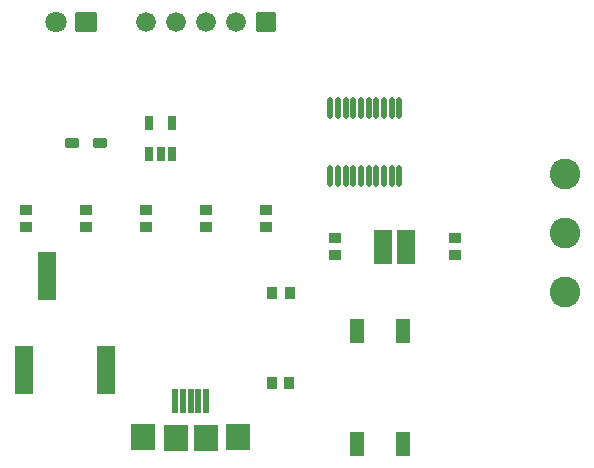
<source format=gts>
G04 Layer: TopSolderMaskLayer*
G04 EasyEDA v6.5.40, 2024-08-17 15:48:36*
G04 cb6e2e9fbd21486d88ae5690d2d3dc00,10*
G04 Gerber Generator version 0.2*
G04 Scale: 100 percent, Rotated: No, Reflected: No *
G04 Dimensions in millimeters *
G04 leading zeros omitted , absolute positions ,4 integer and 5 decimal *
%FSLAX45Y45*%
%MOMM*%

%AMMACRO1*1,1,$1,$2,$3*1,1,$1,$4,$5*1,1,$1,0-$2,0-$3*1,1,$1,0-$4,0-$5*20,1,$1,$2,$3,$4,$5,0*20,1,$1,$4,$5,0-$2,0-$3,0*20,1,$1,0-$2,0-$3,0-$4,0-$5,0*20,1,$1,0-$4,0-$5,$2,$3,0*4,1,4,$2,$3,$4,$5,0-$2,0-$3,0-$4,0-$5,$2,$3,0*%
%ADD10O,0.4656074X1.8436082*%
%ADD11R,1.0016X0.9016*%
%ADD12MACRO1,0.1016X0.45X0.4X0.45X-0.4*%
%ADD13MACRO1,0.1016X0.5X-0.375X-0.5X-0.375*%
%ADD14MACRO1,0.1016X0.3X0.55X0.3X-0.55*%
%ADD15MACRO1,0.1016X0.75X1.35X-0.75X1.35*%
%ADD16MACRO1,0.1016X0.225X1X0.225X-1*%
%ADD17R,2.0016X2.2016*%
%ADD18MACRO1,0.1016X-0.4X0.45X0.4X0.45*%
%ADD19MACRO1,0.1016X0.4032X0.432X0.4032X-0.432*%
%ADD20MACRO1,0.1016X-0.4032X0.432X-0.4032X-0.432*%
%ADD21C,1.6764*%
%ADD22MACRO1,0.1016X0.7874X-0.7874X-0.7874X-0.7874*%
%ADD23MACRO1,0.1016X0.85X-0.7874X-0.85X-0.7874*%
%ADD24C,1.8016*%
%ADD25MACRO1,0.1016X-0.75X2X0.75X2*%
%ADD26MACRO1,0.1016X0.5X1X0.5X-1*%
%ADD27C,2.6016*%

%LPD*%
D10*
G01*
X3085696Y2519603D03*
G01*
X3150694Y2519603D03*
G01*
X3215693Y2519603D03*
G01*
X3280691Y2519603D03*
G01*
X3345715Y2519603D03*
G01*
X3410714Y2519603D03*
G01*
X3475713Y2519603D03*
G01*
X3540711Y2519603D03*
G01*
X3605710Y2519603D03*
G01*
X3670708Y2519603D03*
G01*
X3085696Y3093796D03*
G01*
X3150694Y3093796D03*
G01*
X3215693Y3093796D03*
G01*
X3280691Y3093796D03*
G01*
X3345715Y3093796D03*
G01*
X3410714Y3093796D03*
G01*
X3475713Y3093796D03*
G01*
X3540711Y3093796D03*
G01*
X3605710Y3093796D03*
G01*
X3670708Y3093796D03*
D11*
G01*
X2540002Y2229002D03*
G01*
X2540002Y2088997D03*
G01*
X2032002Y2229002D03*
G01*
X2032002Y2088997D03*
D12*
G01*
X3124202Y1847700D03*
G01*
X3124202Y1987699D03*
G01*
X4140202Y1847700D03*
G01*
X4140202Y1987699D03*
D11*
G01*
X1016002Y2229002D03*
G01*
X1016002Y2088997D03*
G01*
X1524002Y2229002D03*
G01*
X1524002Y2088997D03*
G01*
X508002Y2229002D03*
G01*
X508002Y2088997D03*
D13*
G01*
X898747Y2794000D03*
G01*
X1133252Y2794000D03*
D14*
G01*
X1556006Y2962111D03*
G01*
X1745998Y2962111D03*
G01*
X1745998Y2702088D03*
G01*
X1651002Y2702088D03*
G01*
X1556006Y2702088D03*
D15*
G01*
X3727202Y1917700D03*
G01*
X3537202Y1917700D03*
D16*
G01*
X2035022Y610704D03*
G01*
X1969998Y610704D03*
G01*
X1904974Y610704D03*
G01*
X1839950Y610704D03*
G01*
X1774926Y610704D03*
D17*
G01*
X2304999Y303682D03*
G01*
X1505000Y303682D03*
G01*
X1784019Y302158D03*
G01*
X2035987Y300202D03*
D18*
G01*
X2737002Y762000D03*
G01*
X2597002Y762000D03*
D19*
G01*
X2591677Y1524000D03*
D20*
G01*
X2742327Y1524000D03*
D21*
G01*
X1524002Y3822700D03*
G01*
X1778002Y3822700D03*
G01*
X2032002Y3822700D03*
G01*
X2286002Y3822700D03*
D22*
G01*
X2540002Y3822700D03*
D23*
G01*
X1016001Y3822700D03*
D24*
G01*
X762002Y3822700D03*
D25*
G01*
X490222Y869950D03*
G01*
X1186182Y869950D03*
G01*
X688342Y1670050D03*
D26*
G01*
X3700211Y1203899D03*
G01*
X3700211Y243900D03*
G01*
X3310194Y1203899D03*
G01*
X3310194Y243900D03*
D27*
G01*
X5071874Y2032000D03*
G01*
X5071874Y2531871D03*
G01*
X5071874Y1531873D03*
M02*

</source>
